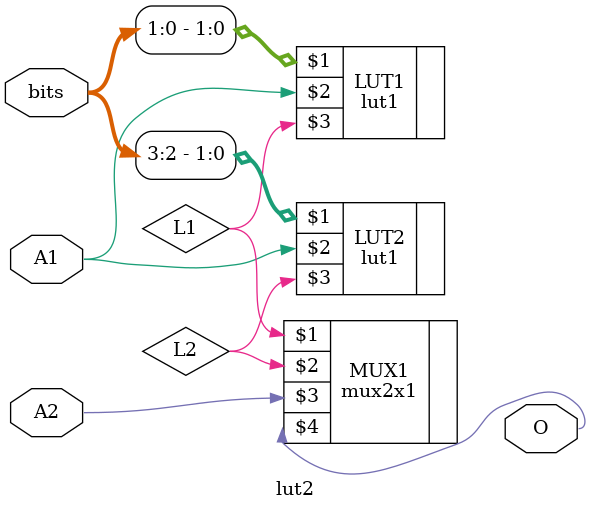
<source format=v>
module lut2(
	input [3:0]bits,
	input A1,
	input A2,
	output O);
	
	wire L1, L2;
	
	lut1 LUT1(bits[1:0], A1, L1);
	lut1 LUT2(bits[3:2], A1, L2);
	
	mux2x1 MUX1(L1, L2, A2, O);
	
endmodule
</source>
